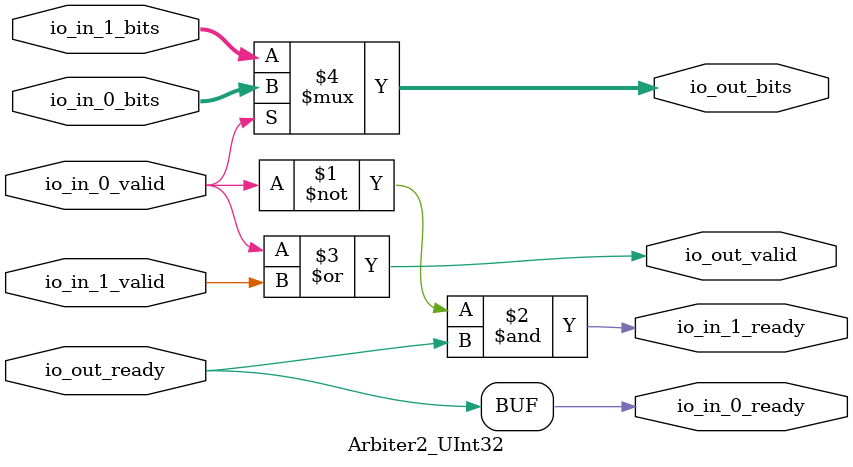
<source format=sv>
`ifndef RANDOMIZE
  `ifdef RANDOMIZE_MEM_INIT
    `define RANDOMIZE
  `endif // RANDOMIZE_MEM_INIT
`endif // not def RANDOMIZE
`ifndef RANDOMIZE
  `ifdef RANDOMIZE_REG_INIT
    `define RANDOMIZE
  `endif // RANDOMIZE_REG_INIT
`endif // not def RANDOMIZE

`ifndef RANDOM
  `define RANDOM $random
`endif // not def RANDOM

// Users can define INIT_RANDOM as general code that gets injected into the
// initializer block for modules with registers.
`ifndef INIT_RANDOM
  `define INIT_RANDOM
`endif // not def INIT_RANDOM

// If using random initialization, you can also define RANDOMIZE_DELAY to
// customize the delay used, otherwise 0.002 is used.
`ifndef RANDOMIZE_DELAY
  `define RANDOMIZE_DELAY 0.002
`endif // not def RANDOMIZE_DELAY

// Define INIT_RANDOM_PROLOG_ for use in our modules below.
`ifndef INIT_RANDOM_PROLOG_
  `ifdef RANDOMIZE
    `ifdef VERILATOR
      `define INIT_RANDOM_PROLOG_ `INIT_RANDOM
    `else  // VERILATOR
      `define INIT_RANDOM_PROLOG_ `INIT_RANDOM #`RANDOMIZE_DELAY begin end
    `endif // VERILATOR
  `else  // RANDOMIZE
    `define INIT_RANDOM_PROLOG_
  `endif // RANDOMIZE
`endif // not def INIT_RANDOM_PROLOG_

// Include register initializers in init blocks unless synthesis is set
`ifndef SYNTHESIS
  `ifndef ENABLE_INITIAL_REG_
    `define ENABLE_INITIAL_REG_
  `endif // not def ENABLE_INITIAL_REG_
`endif // not def SYNTHESIS

// Include rmemory initializers in init blocks unless synthesis is set
`ifndef SYNTHESIS
  `ifndef ENABLE_INITIAL_MEM_
    `define ENABLE_INITIAL_MEM_
  `endif // not def ENABLE_INITIAL_MEM_
`endif // not def SYNTHESIS

// Standard header to adapt well known macros for prints and assertions.

// Users can define 'PRINTF_COND' to add an extra gate to prints.
`ifndef PRINTF_COND_
  `ifdef PRINTF_COND
    `define PRINTF_COND_ (`PRINTF_COND)
  `else  // PRINTF_COND
    `define PRINTF_COND_ 1
  `endif // PRINTF_COND
`endif // not def PRINTF_COND_

// Users can define 'ASSERT_VERBOSE_COND' to add an extra gate to assert error printing.
`ifndef ASSERT_VERBOSE_COND_
  `ifdef ASSERT_VERBOSE_COND
    `define ASSERT_VERBOSE_COND_ (`ASSERT_VERBOSE_COND)
  `else  // ASSERT_VERBOSE_COND
    `define ASSERT_VERBOSE_COND_ 1
  `endif // ASSERT_VERBOSE_COND
`endif // not def ASSERT_VERBOSE_COND_

// Users can define 'STOP_COND' to add an extra gate to stop conditions.
`ifndef STOP_COND_
  `ifdef STOP_COND
    `define STOP_COND_ (`STOP_COND)
  `else  // STOP_COND
    `define STOP_COND_ 1
  `endif // STOP_COND
`endif // not def STOP_COND_

module Arbiter2_UInt32(	// src/main/scala/chisel3/util/Arbiter.scala:133:7
  output        io_in_0_ready,	// src/main/scala/chisel3/util/Arbiter.scala:140:14
  input         io_in_0_valid,	// src/main/scala/chisel3/util/Arbiter.scala:140:14
  input  [31:0] io_in_0_bits,	// src/main/scala/chisel3/util/Arbiter.scala:140:14
  output        io_in_1_ready,	// src/main/scala/chisel3/util/Arbiter.scala:140:14
  input         io_in_1_valid,	// src/main/scala/chisel3/util/Arbiter.scala:140:14
  input  [31:0] io_in_1_bits,	// src/main/scala/chisel3/util/Arbiter.scala:140:14
  input         io_out_ready,	// src/main/scala/chisel3/util/Arbiter.scala:140:14
  output        io_out_valid,	// src/main/scala/chisel3/util/Arbiter.scala:140:14
  output [31:0] io_out_bits	// src/main/scala/chisel3/util/Arbiter.scala:140:14
);

  assign io_in_0_ready = io_out_ready;	// src/main/scala/chisel3/util/Arbiter.scala:133:7
  assign io_in_1_ready = ~io_in_0_valid & io_out_ready;	// src/main/scala/chisel3/util/Arbiter.scala:45:78, :133:7, :153:19
  assign io_out_valid = io_in_0_valid | io_in_1_valid;	// src/main/scala/chisel3/util/Arbiter.scala:133:7, :154:31
  assign io_out_bits = io_in_0_valid ? io_in_0_bits : io_in_1_bits;	// src/main/scala/chisel3/util/Arbiter.scala:133:7, :143:15, :145:26, :147:19
endmodule


</source>
